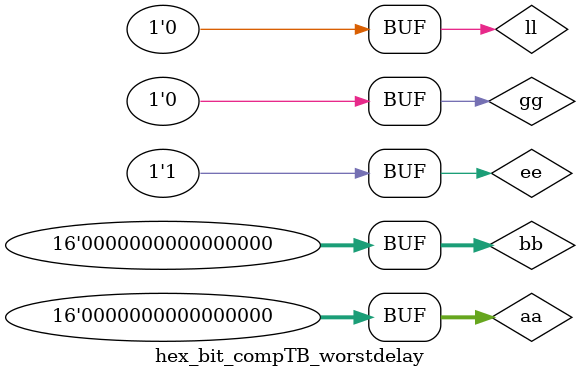
<source format=sv>
`timescale 1ns/1ns
module hex_bit_compTB_worstdelay();
	logic [15:0] aa=16'd0,bb=16'd0;
	logic ll=0,ee=1,gg=0;
	wire ltout,eqout,gtout;
	hex_comparator CUT1(aa,bb,ee,ll,gg,gtout,ltout,eqout);
	initial begin
	#1000;
	#1000 aa[0]=1'b1;
	#1000 aa[0]=1'b0;
	#1000 bb[0]=1'b1;
	#1000 bb[0]=1'b0;
	#1000 ;
	end
endmodule

</source>
